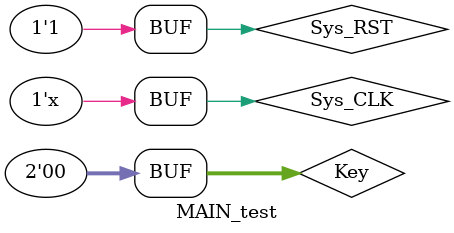
<source format=v>
`timescale 1ns / 1ns


module MAIN_test;

	// Inputs
	reg Sys_CLK;
	reg Sys_RST;
	reg [1:0] Key;

	// Outputs
	wire [3:0] LED;

	// Instantiate the Unit Under Test (UUT)
	MAIN uut (
		.Sys_CLK(Sys_CLK), 
		.Sys_RST(Sys_RST), 
		.Key(Key), 
		.LED(LED)
	);
	
	always #10 Sys_CLK = ~Sys_CLK;
	
	initial begin
		// Initialize Inputs
		Sys_CLK = 0;
		Sys_RST = 1;
		Key = 0;

		// Wait 100 ns for global reset to finish
		#100;
		#1_000_000_000 Key = 1;
		#200_000_000 Key = 0;
		#1_000_000_000 Key = 1;
		#200_000_000 Key = 0;
		#2_000_000_000 Key = 1;
		#200_000_000 Key = 0;
		
        
		// Add stimulus here

	end
      
endmodule


</source>
